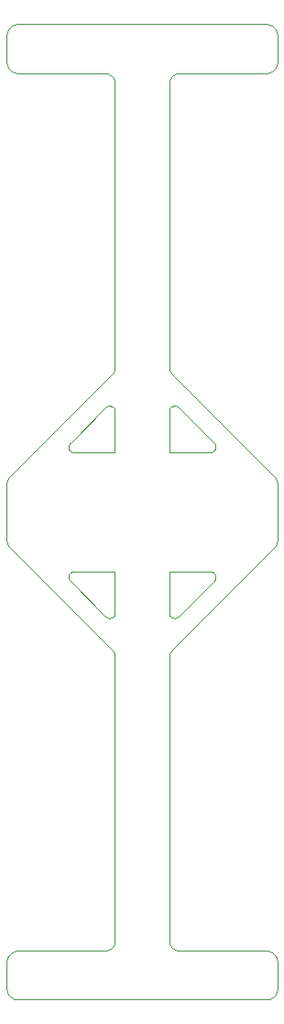
<source format=gko>
G75*
%MOIN*%
%OFA0B0*%
%FSLAX24Y24*%
%IPPOS*%
%LPD*%
%AMOC8*
5,1,8,0,0,1.08239X$1,22.5*
%
%ADD10C,0.0000*%
D10*
X000322Y000716D02*
X000322Y001700D01*
X000324Y001739D01*
X000330Y001777D01*
X000339Y001814D01*
X000352Y001851D01*
X000369Y001886D01*
X000388Y001919D01*
X000411Y001950D01*
X000437Y001979D01*
X000466Y002005D01*
X000497Y002028D01*
X000530Y002047D01*
X000565Y002064D01*
X000602Y002077D01*
X000639Y002086D01*
X000677Y002092D01*
X000716Y002094D01*
X003865Y002094D01*
X003865Y002093D02*
X003904Y002095D01*
X003942Y002101D01*
X003979Y002110D01*
X004016Y002123D01*
X004051Y002140D01*
X004084Y002159D01*
X004115Y002182D01*
X004144Y002208D01*
X004170Y002237D01*
X004193Y002268D01*
X004212Y002301D01*
X004229Y002336D01*
X004242Y002373D01*
X004251Y002410D01*
X004257Y002448D01*
X004259Y002487D01*
X004259Y012757D01*
X004144Y013036D02*
X000437Y016742D01*
X000322Y017020D02*
X000322Y019056D01*
X000437Y019335D02*
X004144Y023041D01*
X004259Y023320D02*
X004259Y033590D01*
X004257Y033629D01*
X004251Y033667D01*
X004242Y033704D01*
X004229Y033741D01*
X004212Y033776D01*
X004193Y033809D01*
X004170Y033840D01*
X004144Y033869D01*
X004115Y033895D01*
X004084Y033918D01*
X004051Y033937D01*
X004016Y033954D01*
X003979Y033967D01*
X003942Y033976D01*
X003904Y033982D01*
X003865Y033984D01*
X003865Y033983D02*
X000716Y033983D01*
X000677Y033985D01*
X000639Y033991D01*
X000602Y034000D01*
X000565Y034013D01*
X000530Y034030D01*
X000497Y034049D01*
X000466Y034072D01*
X000437Y034098D01*
X000411Y034127D01*
X000388Y034158D01*
X000369Y034191D01*
X000352Y034226D01*
X000339Y034263D01*
X000330Y034300D01*
X000324Y034338D01*
X000322Y034377D01*
X000322Y035361D01*
X000324Y035400D01*
X000330Y035438D01*
X000339Y035475D01*
X000352Y035512D01*
X000369Y035547D01*
X000388Y035580D01*
X000411Y035611D01*
X000437Y035640D01*
X000466Y035666D01*
X000497Y035689D01*
X000530Y035708D01*
X000565Y035725D01*
X000602Y035738D01*
X000639Y035747D01*
X000677Y035753D01*
X000716Y035755D01*
X009771Y035755D01*
X009810Y035753D01*
X009848Y035747D01*
X009885Y035738D01*
X009922Y035725D01*
X009957Y035708D01*
X009990Y035689D01*
X010021Y035666D01*
X010050Y035640D01*
X010076Y035611D01*
X010099Y035580D01*
X010118Y035547D01*
X010135Y035512D01*
X010148Y035475D01*
X010157Y035438D01*
X010163Y035400D01*
X010165Y035361D01*
X010164Y035361D02*
X010164Y034377D01*
X010165Y034377D02*
X010163Y034338D01*
X010157Y034300D01*
X010148Y034263D01*
X010135Y034226D01*
X010118Y034191D01*
X010099Y034158D01*
X010076Y034127D01*
X010050Y034098D01*
X010021Y034072D01*
X009990Y034049D01*
X009957Y034030D01*
X009922Y034013D01*
X009885Y034000D01*
X009848Y033991D01*
X009810Y033985D01*
X009771Y033983D01*
X006621Y033983D01*
X006621Y033984D02*
X006582Y033982D01*
X006544Y033976D01*
X006507Y033967D01*
X006470Y033954D01*
X006435Y033937D01*
X006402Y033918D01*
X006371Y033895D01*
X006342Y033869D01*
X006316Y033840D01*
X006293Y033809D01*
X006274Y033776D01*
X006257Y033741D01*
X006244Y033704D01*
X006235Y033667D01*
X006229Y033629D01*
X006227Y033590D01*
X006227Y023320D01*
X006343Y023041D02*
X010049Y019335D01*
X010164Y019056D02*
X010164Y017020D01*
X010049Y016742D02*
X006343Y013036D01*
X006227Y012757D02*
X006227Y002487D01*
X006229Y002448D01*
X006235Y002410D01*
X006244Y002373D01*
X006257Y002336D01*
X006274Y002301D01*
X006293Y002268D01*
X006316Y002237D01*
X006342Y002208D01*
X006371Y002182D01*
X006402Y002159D01*
X006435Y002140D01*
X006470Y002123D01*
X006507Y002110D01*
X006544Y002101D01*
X006582Y002095D01*
X006621Y002093D01*
X006621Y002094D02*
X009771Y002094D01*
X009810Y002092D01*
X009848Y002086D01*
X009885Y002077D01*
X009922Y002064D01*
X009957Y002047D01*
X009990Y002028D01*
X010021Y002005D01*
X010050Y001979D01*
X010076Y001950D01*
X010099Y001919D01*
X010118Y001886D01*
X010135Y001851D01*
X010148Y001814D01*
X010157Y001777D01*
X010163Y001739D01*
X010165Y001700D01*
X010164Y001700D02*
X010164Y000716D01*
X010165Y000716D02*
X010163Y000677D01*
X010157Y000639D01*
X010148Y000602D01*
X010135Y000565D01*
X010118Y000530D01*
X010099Y000497D01*
X010076Y000466D01*
X010050Y000437D01*
X010021Y000411D01*
X009990Y000388D01*
X009957Y000369D01*
X009922Y000352D01*
X009885Y000339D01*
X009848Y000330D01*
X009810Y000324D01*
X009771Y000322D01*
X000716Y000322D01*
X000677Y000324D01*
X000639Y000330D01*
X000602Y000339D01*
X000565Y000352D01*
X000530Y000369D01*
X000497Y000388D01*
X000466Y000411D01*
X000437Y000437D01*
X000411Y000466D01*
X000388Y000497D01*
X000369Y000530D01*
X000352Y000565D01*
X000339Y000602D01*
X000330Y000639D01*
X000324Y000677D01*
X000322Y000716D01*
X004259Y012757D02*
X004257Y012796D01*
X004251Y012834D01*
X004242Y012871D01*
X004229Y012908D01*
X004212Y012943D01*
X004193Y012976D01*
X004170Y013007D01*
X004144Y013036D01*
X003923Y014241D02*
X002626Y015537D01*
X002627Y015537D02*
X002609Y015557D01*
X002594Y015580D01*
X002582Y015605D01*
X002574Y015631D01*
X002570Y015658D01*
X002569Y015685D01*
X002572Y015712D01*
X002579Y015739D01*
X002590Y015764D01*
X002603Y015787D01*
X002620Y015809D01*
X002640Y015828D01*
X002662Y015843D01*
X002686Y015856D01*
X002712Y015865D01*
X002739Y015871D01*
X002766Y015873D01*
X004259Y015873D01*
X004259Y014380D01*
X004257Y014353D01*
X004251Y014326D01*
X004242Y014300D01*
X004229Y014276D01*
X004214Y014254D01*
X004195Y014234D01*
X004173Y014217D01*
X004150Y014204D01*
X004125Y014193D01*
X004098Y014186D01*
X004071Y014183D01*
X004044Y014184D01*
X004017Y014188D01*
X003991Y014196D01*
X003966Y014208D01*
X003943Y014223D01*
X003923Y014241D01*
X004259Y020204D02*
X002766Y020204D01*
X002739Y020206D01*
X002712Y020212D01*
X002686Y020221D01*
X002662Y020234D01*
X002640Y020249D01*
X002620Y020268D01*
X002603Y020290D01*
X002590Y020313D01*
X002579Y020338D01*
X002572Y020365D01*
X002569Y020392D01*
X002570Y020419D01*
X002574Y020446D01*
X002582Y020472D01*
X002594Y020497D01*
X002609Y020520D01*
X002627Y020540D01*
X002626Y020540D02*
X003923Y021836D01*
X003943Y021854D01*
X003966Y021869D01*
X003991Y021881D01*
X004017Y021889D01*
X004044Y021893D01*
X004071Y021894D01*
X004098Y021891D01*
X004125Y021884D01*
X004150Y021873D01*
X004173Y021860D01*
X004195Y021843D01*
X004214Y021823D01*
X004229Y021801D01*
X004242Y021777D01*
X004251Y021751D01*
X004257Y021724D01*
X004259Y021697D01*
X004259Y020204D01*
X004144Y023041D02*
X004170Y023070D01*
X004193Y023101D01*
X004212Y023134D01*
X004229Y023169D01*
X004242Y023206D01*
X004251Y023243D01*
X004257Y023281D01*
X004259Y023320D01*
X006227Y021697D02*
X006227Y020204D01*
X007721Y020204D01*
X007748Y020206D01*
X007775Y020212D01*
X007801Y020221D01*
X007825Y020234D01*
X007847Y020249D01*
X007867Y020268D01*
X007884Y020290D01*
X007897Y020313D01*
X007908Y020338D01*
X007915Y020365D01*
X007918Y020392D01*
X007917Y020419D01*
X007913Y020446D01*
X007905Y020472D01*
X007893Y020497D01*
X007878Y020520D01*
X007860Y020540D01*
X006563Y021836D01*
X006543Y021854D01*
X006520Y021869D01*
X006495Y021881D01*
X006469Y021889D01*
X006442Y021893D01*
X006415Y021894D01*
X006388Y021891D01*
X006361Y021884D01*
X006336Y021873D01*
X006313Y021860D01*
X006291Y021843D01*
X006272Y021823D01*
X006257Y021801D01*
X006244Y021777D01*
X006235Y021751D01*
X006229Y021724D01*
X006227Y021697D01*
X006342Y023041D02*
X006316Y023070D01*
X006293Y023101D01*
X006274Y023134D01*
X006257Y023169D01*
X006244Y023206D01*
X006235Y023243D01*
X006229Y023281D01*
X006227Y023320D01*
X006227Y015873D02*
X006227Y014380D01*
X006229Y014353D01*
X006235Y014326D01*
X006244Y014300D01*
X006257Y014276D01*
X006272Y014254D01*
X006291Y014234D01*
X006313Y014217D01*
X006336Y014204D01*
X006361Y014193D01*
X006388Y014186D01*
X006415Y014183D01*
X006442Y014184D01*
X006469Y014188D01*
X006495Y014196D01*
X006520Y014208D01*
X006543Y014223D01*
X006563Y014241D01*
X007860Y015537D01*
X007878Y015557D01*
X007893Y015580D01*
X007905Y015605D01*
X007913Y015631D01*
X007917Y015658D01*
X007918Y015685D01*
X007915Y015712D01*
X007908Y015739D01*
X007897Y015764D01*
X007884Y015787D01*
X007867Y015809D01*
X007847Y015828D01*
X007825Y015843D01*
X007801Y015856D01*
X007775Y015865D01*
X007748Y015871D01*
X007721Y015873D01*
X006227Y015873D01*
X006342Y013036D02*
X006316Y013007D01*
X006293Y012976D01*
X006274Y012943D01*
X006257Y012908D01*
X006244Y012871D01*
X006235Y012834D01*
X006229Y012796D01*
X006227Y012757D01*
X010050Y016741D02*
X010076Y016770D01*
X010099Y016801D01*
X010118Y016834D01*
X010135Y016869D01*
X010148Y016906D01*
X010157Y016943D01*
X010163Y016981D01*
X010165Y017020D01*
X010165Y019056D02*
X010163Y019095D01*
X010157Y019133D01*
X010148Y019170D01*
X010135Y019207D01*
X010118Y019242D01*
X010099Y019275D01*
X010076Y019306D01*
X010050Y019335D01*
X000437Y019335D02*
X000411Y019306D01*
X000388Y019275D01*
X000369Y019242D01*
X000352Y019207D01*
X000339Y019170D01*
X000330Y019133D01*
X000324Y019095D01*
X000322Y019056D01*
X000322Y017020D02*
X000324Y016981D01*
X000330Y016943D01*
X000339Y016906D01*
X000352Y016869D01*
X000369Y016834D01*
X000388Y016801D01*
X000411Y016770D01*
X000437Y016741D01*
M02*

</source>
